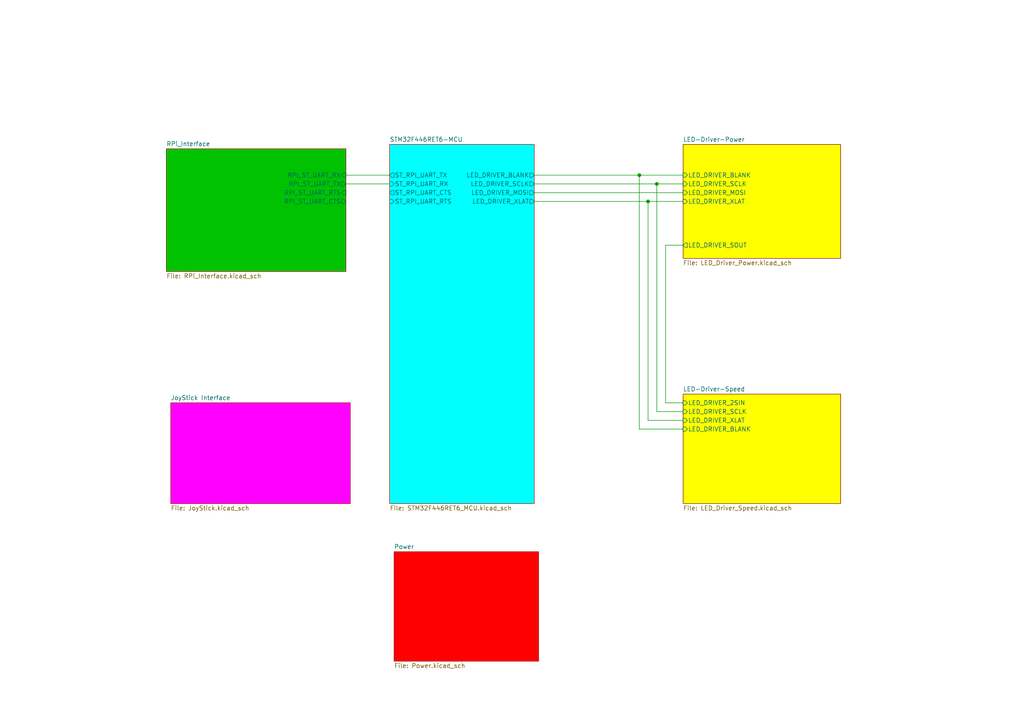
<source format=kicad_sch>
(kicad_sch (version 20230121) (generator eeschema)
  (paper "A4")
  (lib_symbols)
  (junction (at 185.42 50.8))
  (junction (at 190.5 53.34))
  (junction (at 187.96 58.42))
  (wire (pts (xy 190.5 53.34) (xy 198.12 53.34)))
  (wire (pts (xy 187.96 58.42) (xy 187.96 121.92)))
  (wire (pts (xy 100.33 53.34) (xy 113.03 53.34)))
  (wire (pts (xy 187.96 58.42) (xy 198.12 58.42)))
  (wire (pts (xy 193.04 71.12) (xy 198.12 71.12)))
  (wire (pts (xy 185.42 50.8) (xy 185.42 124.46)))
  (wire (pts (xy 154.94 58.42) (xy 187.96 58.42)))
  (wire (pts (xy 190.5 53.34) (xy 190.5 119.38)))
  (wire (pts (xy 187.96 121.92) (xy 198.12 121.92)))
  (wire (pts (xy 154.94 55.88) (xy 198.12 55.88)))
  (wire (pts (xy 190.5 119.38) (xy 198.12 119.38)))
  (wire (pts (xy 154.94 50.8) (xy 185.42 50.8)))
  (wire (pts (xy 185.42 50.8) (xy 198.12 50.8)))
  (wire (pts (xy 198.12 116.84) (xy 193.04 116.84)))
  (wire (pts (xy 193.04 116.84) (xy 193.04 71.12)))
  (wire (pts (xy 185.42 124.46) (xy 198.12 124.46)))
  (wire (pts (xy 100.33 50.8) (xy 113.03 50.8)))
  (wire (pts (xy 154.94 53.34) (xy 190.5 53.34)))
  (sheet (at 198.12 114.3) (size 45.72 31.75) (stroke (width 0.1524)) (fill (color 255 255 0 1.0000))
    (property "Sheetname" "LED-Driver-Speed" (at 198.12 113.5884 0) (effects (justify left bottom)))
    (property "Sheetfile" "LED_Driver_Speed.kicad_sch" (at 198.12 146.6346 0) (effects (justify left top)))
    (pin "LED_DRIVER_XLAT" input (at 198.12 121.92 180))
    (pin "LED_DRIVER_SCLK" input (at 198.12 119.38 180))
    (pin "LED_DRIVER_BLANK" input (at 198.12 124.46 180))
    (pin "LED_DRIVER_2SIN" input (at 198.12 116.84 180))
  )
  (sheet (at 49.53 116.84) (size 52.07 29.21) (stroke (width 0.1524)) (fill (color 255 0 255 1.0000))
    (property "Sheetname" "JoyStick Interface" (at 49.53 116.1284 0) (effects (justify left bottom)))
    (property "Sheetfile" "JoyStick.kicad_sch" (at 49.53 146.6346 0) (effects (justify left top)))
  )
  (sheet (at 48.26 43.18) (size 52.07 35.56) (stroke (width 0.1524)) (fill (color 0 194 0 1.0000))
    (property "Sheetname" "RPi_Interface" (at 48.26 42.4684 0) (effects (justify left bottom)))
    (property "Sheetfile" "RPi_Interface.kicad_sch" (at 48.26 79.3246 0) (effects (justify left top)))
    (pin "RPI_ST_UART_RX" input (at 100.33 50.8 0))
    (pin "RPI_ST_UART_TX" output (at 100.33 53.34 0))
    (pin "RPI_ST_UART_RTS" input (at 100.33 55.88 0))
    (pin "RPI_ST_UART_CTS" output (at 100.33 58.42 0))
  )
  (sheet (at 198.12 41.91) (size 45.72 33.02) (stroke (width 0.1524)) (fill (color 255 255 0 1.0000))
    (property "Sheetname" "LED-Driver-Power" (at 198.12 41.1984 0) (effects (justify left bottom)))
    (property "Sheetfile" "LED_Driver_Power.kicad_sch" (at 198.12 75.5146 0) (effects (justify left top)))
    (pin "LED_DRIVER_SOUT" output (at 198.12 71.12 180))
    (pin "LED_DRIVER_SCLK" input (at 198.12 53.34 180))
    (pin "LED_DRIVER_MOSI" input (at 198.12 55.88 180))
    (pin "LED_DRIVER_XLAT" input (at 198.12 58.42 180))
    (pin "LED_DRIVER_BLANK" input (at 198.12 50.8 180))
  )
  (sheet (at 114.3 160.02) (size 41.91 31.75) (stroke (width 0.1524)) (fill (color 255 0 0 1.0000))
    (property "Sheetname" "Power" (at 114.3 159.3084 0) (effects (justify left bottom)))
    (property "Sheetfile" "Power.kicad_sch" (at 114.3 192.3546 0) (effects (justify left top)))
  )
  (sheet (at 113.03 41.91) (size 41.91 104.14) (stroke (width 0.1524)) (fill (color 0 255 255 1.0000))
    (property "Sheetname" "STM32F446RET6-MCU" (at 113.03 41.1984 0) (effects (justify left bottom)))
    (property "Sheetfile" "STM32F446RET6_MCU.kicad_sch" (at 113.03 146.6346 0) (effects (justify left top)))
    (pin "ST_RPI_UART_CTS" output (at 113.03 55.88 180))
    (pin "ST_RPI_UART_RX" input (at 113.03 53.34 180))
    (pin "ST_RPI_UART_TX" output (at 113.03 50.8 180))
    (pin "ST_RPI_UART_RTS" input (at 113.03 58.42 180))
    (pin "LED_DRIVER_BLANK" output (at 154.94 50.8 0))
    (pin "LED_DRIVER_SCLK" output (at 154.94 53.34 0))
    (pin "LED_DRIVER_MOSI" output (at 154.94 55.88 0))
    (pin "LED_DRIVER_XLAT" output (at 154.94 58.42 0))
  )
)
</source>
